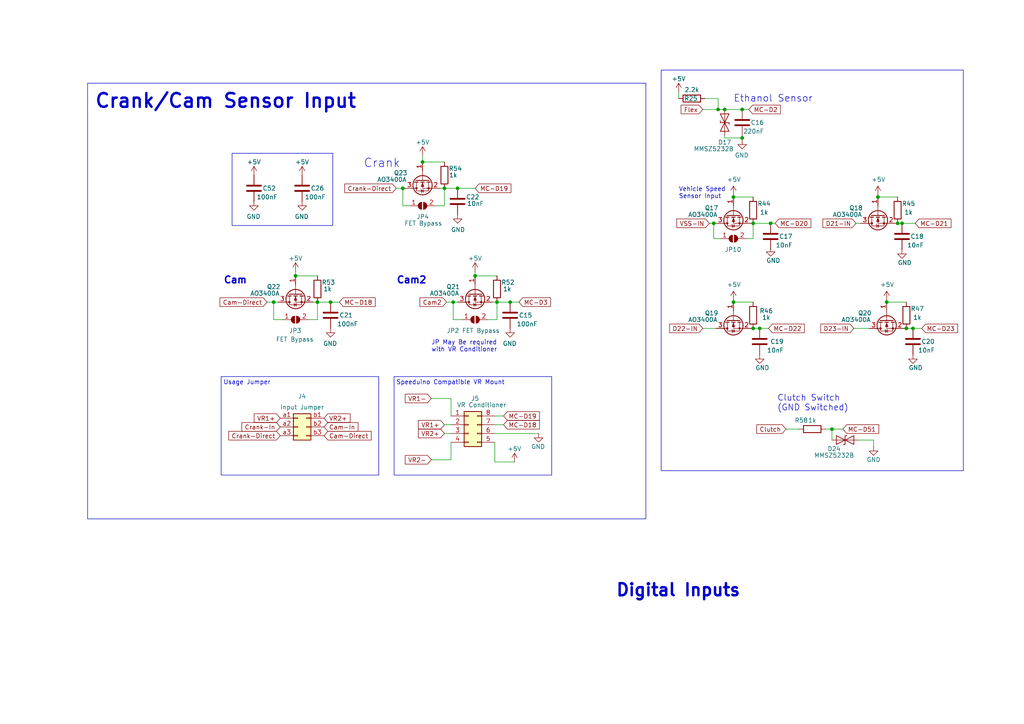
<source format=kicad_sch>
(kicad_sch (version 20250114) (generator "eeschema") (generator_version "9.0")
  (paper "A4")
  (title_block (title "Closed Deck X4") (date "2025-05-18") (rev "3") (company "OpenLogicEFI") (comment 1 "openlogicefi.com"))
  (lib_symbols
    (symbol "Connector_Generic:Conn_02x03_Row_Letter_First" (pin_names (offset 1.016) (hide yes))
      (property "Reference" "J" (at 1.27 5.08 0))
      (property "Value" "Conn_02x03_Row_Letter_First" (at 1.27 -5.08 0))
      (symbol "Conn_02x03_Row_Letter_First_1_1"
        (rectangle (start -1.27 3.81) (end 3.81 -3.81) (stroke (width 0.254)) (fill (type background)))
        (rectangle (start -1.27 2.667) (end 0 2.413) (stroke (width 0.1524)))
        (rectangle (start -1.27 0.127) (end 0 -0.127) (stroke (width 0.1524)))
        (rectangle (start -1.27 -2.413) (end 0 -2.667) (stroke (width 0.1524)))
        (rectangle (start 3.81 2.667) (end 2.54 2.413) (stroke (width 0.1524)))
        (rectangle (start 3.81 0.127) (end 2.54 -0.127) (stroke (width 0.1524)))
        (rectangle (start 3.81 -2.413) (end 2.54 -2.667) (stroke (width 0.1524)))
        (pin passive line (at -5.08 2.54 0) (length 3.81) (name "Pin_a1") (number "a1"))
        (pin passive line (at -5.08 0 0) (length 3.81) (name "Pin_a2") (number "a2"))
        (pin passive line (at -5.08 -2.54 0) (length 3.81) (name "Pin_a3") (number "a3"))
        (pin passive line (at 7.62 2.54 180) (length 3.81) (name "Pin_b1") (number "b1"))
        (pin passive line (at 7.62 0 180) (length 3.81) (name "Pin_b2") (number "b2"))
        (pin passive line (at 7.62 -2.54 180) (length 3.81) (name "Pin_b3") (number "b3"))
      )
    )
    (symbol "Connector_Generic:Conn_02x04_Counter_Clockwise" (pin_names (offset 1.016) (hide yes))
      (property "Reference" "J" (at 1.27 5.08 0))
      (property "Value" "Conn_02x04_Counter_Clockwise" (at 1.27 -7.62 0))
      (symbol "Conn_02x04_Counter_Clockwise_1_1"
        (rectangle (start -1.27 3.81) (end 3.81 -6.35) (stroke (width 0.254)) (fill (type background)))
        (rectangle (start -1.27 2.667) (end 0 2.413) (stroke (width 0.1524)))
        (rectangle (start -1.27 0.127) (end 0 -0.127) (stroke (width 0.1524)))
        (rectangle (start -1.27 -2.413) (end 0 -2.667) (stroke (width 0.1524)))
        (rectangle (start -1.27 -4.953) (end 0 -5.207) (stroke (width 0.1524)))
        (rectangle (start 3.81 2.667) (end 2.54 2.413) (stroke (width 0.1524)))
        (rectangle (start 3.81 0.127) (end 2.54 -0.127) (stroke (width 0.1524)))
        (rectangle (start 3.81 -2.413) (end 2.54 -2.667) (stroke (width 0.1524)))
        (rectangle (start 3.81 -4.953) (end 2.54 -5.207) (stroke (width 0.1524)))
        (pin passive line (at -5.08 2.54 0) (length 3.81) (name "Pin_1") (number "1"))
        (pin passive line (at -5.08 0 0) (length 3.81) (name "Pin_2") (number "2"))
        (pin passive line (at -5.08 -2.54 0) (length 3.81) (name "Pin_3") (number "3"))
        (pin passive line (at -5.08 -5.08 0) (length 3.81) (name "Pin_4") (number "4"))
        (pin passive line (at 7.62 2.54 180) (length 3.81) (name "Pin_8") (number "8"))
        (pin passive line (at 7.62 0 180) (length 3.81) (name "Pin_7") (number "7"))
        (pin passive line (at 7.62 -2.54 180) (length 3.81) (name "Pin_6") (number "6"))
        (pin passive line (at 7.62 -5.08 180) (length 3.81) (name "Pin_5") (number "5"))
      )
    )
    (symbol "Device:C" (pin_numbers (hide yes)) (pin_names (offset 0.254))
      (property "Reference" "C" (at 0.635 2.54 0))
      (property "Value" "C" (at 0.635 -2.54 0))
      (symbol "C_0_1"
        (polyline (pts (xy -2.032 0.762) (xy 2.032 0.762)) (stroke (width 0.508)))
        (polyline (pts (xy -2.032 -0.762) (xy 2.032 -0.762)) (stroke (width 0.508)))
      )
      (symbol "C_1_1"
        (pin passive line (at 0 3.81 270) (length 2.794) (name "~") (number "1"))
        (pin passive line (at 0 -3.81 90) (length 2.794) (name "~") (number "2"))
      )
    )
    (symbol "Device:R" (pin_numbers (hide yes)) (pin_names (offset 0))
      (property "Reference" "R" (at 2.032 0 90))
      (property "Value" "R" (at 0 0 90))
      (symbol "R_0_1"
        (rectangle (start -1.016 -2.54) (end 1.016 2.54) (stroke (width 0.254)))
      )
      (symbol "R_1_1"
        (pin passive line (at 0 3.81 270) (length 1.27) (name "~") (number "1"))
        (pin passive line (at 0 -3.81 90) (length 1.27) (name "~") (number "2"))
      )
    )
    (symbol "Diode:SMAJ6.5CA" (pin_numbers (hide yes)) (pin_names (offset 1.016) (hide yes))
      (property "Reference" "D" (at 0 2.54 0))
      (property "Value" "SMAJ6.5CA" (at 0 -2.54 0))
      (symbol "SMAJ6.5CA_0_1"
        (polyline (pts (xy -2.54 -1.27) (xy 0 0) (xy -2.54 1.27) (xy -2.54 -1.27)) (stroke (width 0.2032)))
        (polyline (pts (xy 0.508 1.27) (xy 0 1.27) (xy 0 -1.27) (xy -0.508 -1.27)) (stroke (width 0.2032)))
        (polyline (pts (xy 1.27 0) (xy -1.27 0)))
        (polyline (pts (xy 2.54 1.27) (xy 2.54 -1.27) (xy 0 0) (xy 2.54 1.27)) (stroke (width 0.2032)))
      )
      (symbol "SMAJ6.5CA_1_1"
        (pin passive line (at -3.81 0 0) (length 2.54) (name "A1") (number "1"))
        (pin passive line (at 3.81 0 180) (length 2.54) (name "A2") (number "2"))
      )
    )
    (symbol "Jumper:SolderJumper_2_Open" (pin_names (offset 0) (hide yes))
      (property "Reference" "JP" (at 0 2.032 0))
      (property "Value" "SolderJumper_2_Open" (at 0 -2.54 0))
      (symbol "SolderJumper_2_Open_0_1"
        (polyline (pts (xy -0.254 1.016) (xy -0.254 -1.016)))
        (arc (start -0.254 -1.016) (mid -1.2656 0) (end -0.254 1.016))
        (arc (start -0.254 -1.016) (mid -1.2656 0) (end -0.254 1.016) (fill (type outline)))
        (arc (start 0.254 1.016) (mid 1.2656 0) (end 0.254 -1.016))
        (arc (start 0.254 1.016) (mid 1.2656 0) (end 0.254 -1.016) (fill (type outline)))
        (polyline (pts (xy 0.254 1.016) (xy 0.254 -1.016)))
      )
      (symbol "SolderJumper_2_Open_1_1"
        (pin passive line (at -3.81 0 0) (length 2.54) (name "A") (number "1"))
        (pin passive line (at 3.81 0 180) (length 2.54) (name "B") (number "2"))
      )
    )
    (symbol "Transistor_FET:AO3400A" (pin_names (hide yes))
      (property "Reference" "Q" (at 5.08 1.905 0))
      (property "Value" "AO3400A" (at 5.08 0 0))
      (symbol "AO3400A_0_1"
        (polyline (pts (xy 0.254 1.905) (xy 0.254 -1.905)) (stroke (width 0.254)))
        (polyline (pts (xy 0.254 0) (xy -2.54 0)))
        (polyline (pts (xy 0.762 2.286) (xy 0.762 1.27)) (stroke (width 0.254)))
        (polyline (pts (xy 0.762 0.508) (xy 0.762 -0.508)) (stroke (width 0.254)))
        (polyline (pts (xy 0.762 -1.27) (xy 0.762 -2.286)) (stroke (width 0.254)))
        (polyline (pts (xy 0.762 -1.778) (xy 3.302 -1.778) (xy 3.302 1.778) (xy 0.762 1.778)))
        (polyline (pts (xy 1.016 0) (xy 2.032 0.381) (xy 2.032 -0.381) (xy 1.016 0)) (fill (type outline)))
        (circle (center 1.651 0) (radius 2.794) (stroke (width 0.254)))
        (polyline (pts (xy 2.54 2.54) (xy 2.54 1.778)))
        (circle (center 2.54 1.778) (radius 0.254) (fill (type outline)))
        (circle (center 2.54 -1.778) (radius 0.254) (fill (type outline)))
        (polyline (pts (xy 2.54 -2.54) (xy 2.54 0) (xy 0.762 0)))
        (polyline (pts (xy 2.794 0.508) (xy 2.921 0.381) (xy 3.683 0.381) (xy 3.81 0.254)))
        (polyline (pts (xy 3.302 0.381) (xy 2.921 -0.254) (xy 3.683 -0.254) (xy 3.302 0.381)))
      )
      (symbol "AO3400A_1_1"
        (pin input line (at -5.08 0 0) (length 2.54) (name "G") (number "1"))
        (pin passive line (at 2.54 5.08 270) (length 2.54) (name "D") (number "3"))
        (pin passive line (at 2.54 -5.08 90) (length 2.54) (name "S") (number "2"))
      )
    )
    (symbol "power:+5V" (power) (pin_names (offset 0))
      (property "Value" "+5V" (at 0 3.556 0))
      (symbol "+5V_0_1"
        (polyline (pts (xy -0.762 1.27) (xy 0 2.54)))
        (polyline (pts (xy 0 2.54) (xy 0.762 1.27)))
        (polyline (pts (xy 0 0) (xy 0 2.54)))
      )
      (symbol "+5V_1_1"
        (pin power_in line (at 0 0 90) (length 0) (hide yes) (name "+5V") (number "1"))
      )
    )
    (symbol "power:GND" (power) (pin_names (offset 0))
      (property "Value" "GND" (at 0 -3.81 0))
      (symbol "GND_0_1"
        (polyline (pts (xy 0 0) (xy 0 -1.27) (xy 1.27 -1.27) (xy 0 -2.54) (xy -1.27 -1.27) (xy 0 -1.27)))
      )
      (symbol "GND_1_1"
        (pin power_in line (at 0 0 270) (length 0) (hide yes) (name "GND") (number "1"))
      )
    )
  )
  (rectangle (start 114.3 109.22) (end 160.02 137.795))
  (rectangle (start 191.77 20.32) (end 279.4 136.525))
  (rectangle (start 25.4 24.13) (end 187.325 150.495))
  (rectangle (start 67.31 44.45) (end 96.52 65.405))
  (rectangle (start 64.135 109.22) (end 109.855 137.795))
  (text "Vehicle Speed\nSensor Input" (at 196.85 57.785 0) (effects (font (size 1.27 1.27)) (justify left bottom)))
  (text "JP May Be required \nwith VR Conditioner" (at 125.095 102.235 0) (effects (font (size 1.27 1.27)) (justify left bottom)))
  (text "Cam" (at 64.77 82.55 0) (effects (font (size 2 2) (thickness 0.4) (bold yes)) (justify left bottom)))
  (text "Speeduino Compatible VR Mount" (at 114.935 111.76 0) (effects (font (size 1.27 1.27)) (justify left bottom)))
  (text "Clutch Switch\n(GND Switched)" (at 225.425 119.38 0) (effects (font (size 1.75 1.75)) (justify left bottom)))
  (text "Ethanol Sensor" (at 212.725 29.845 0) (effects (font (size 2 2)) (justify left bottom)))
  (text "Usage Jumper" (at 64.77 111.76 0) (effects (font (size 1.27 1.27)) (justify left bottom)))
  (text "Crank" (at 105.41 48.895 0) (effects (font (size 2.4892 2.4892)) (justify left bottom)))
  (text "Crank/Cam Sensor Input" (at 27.305 31.75 0) (effects (font (size 4 4) (thickness 0.7) (bold yes)) (justify left bottom)))
  (text "Cam2" (at 114.935 82.55 0) (effects (font (size 2 2) (thickness 0.4) (bold yes)) (justify left bottom)))
  (text "Digital Inputs" (at 178.435 173.355 0) (effects (font (size 3.5 3.5) (thickness 0.7) (bold yes)) (justify left bottom)))
  (junction (at 92.075 87.63))
  (junction (at 207.01 64.77))
  (junction (at 147.955 87.63))
  (junction (at 218.44 95.25))
  (junction (at 218.44 64.77))
  (junction (at 132.715 54.61))
  (junction (at 254.635 57.15))
  (junction (at 137.795 80.01))
  (junction (at 261.62 64.77))
  (junction (at 215.265 31.75))
  (junction (at 241.3 124.46))
  (junction (at 212.725 87.63))
  (junction (at 260.35 64.77))
  (junction (at 116.84 54.61))
  (junction (at 262.89 95.25))
  (junction (at 210.185 31.75))
  (junction (at 215.265 40.005))
  (junction (at 212.725 57.15))
  (junction (at 79.375 87.63))
  (junction (at 208.28 31.75))
  (junction (at 131.445 87.63))
  (junction (at 85.725 80.01))
  (junction (at 264.795 95.25))
  (junction (at 128.905 54.61))
  (junction (at 144.145 87.63))
  (junction (at 223.52 64.77))
  (junction (at 220.345 95.25))
  (junction (at 122.555 46.99))
  (junction (at 95.885 87.63))
  (junction (at 257.175 87.63))
  (wire (pts (xy 253.365 129.54) (xy 253.365 127.635)))
  (wire (pts (xy 122.555 46.99) (xy 128.905 46.99)))
  (wire (pts (xy 207.01 64.77) (xy 207.645 64.77)))
  (wire (pts (xy 80.645 87.63) (xy 79.375 87.63)))
  (wire (pts (xy 215.265 40.64) (xy 215.265 40.005)))
  (wire (pts (xy 131.445 87.63) (xy 131.445 92.71)))
  (wire (pts (xy 262.89 95.25) (xy 262.255 95.25)))
  (wire (pts (xy 128.905 54.61) (xy 128.905 59.69)))
  (wire (pts (xy 143.51 128.27) (xy 143.51 133.985)))
  (wire (pts (xy 241.3 124.46) (xy 244.475 124.46)))
  (wire (pts (xy 248.285 64.77) (xy 249.555 64.77)))
  (wire (pts (xy 130.81 120.65) (xy 130.81 115.57)))
  (wire (pts (xy 130.81 128.27) (xy 130.81 133.35)))
  (wire (pts (xy 85.725 80.01) (xy 92.075 80.01)))
  (wire (pts (xy 218.44 69.215) (xy 218.44 64.77)))
  (wire (pts (xy 208.915 69.215) (xy 207.01 69.215)))
  (wire (pts (xy 141.605 92.71) (xy 144.145 92.71)))
  (wire (pts (xy 116.84 54.61) (xy 116.84 59.69)))
  (wire (pts (xy 128.905 59.69) (xy 126.365 59.69)))
  (wire (pts (xy 260.35 64.77) (xy 259.715 64.77)))
  (wire (pts (xy 222.885 95.25) (xy 220.345 95.25)))
  (wire (pts (xy 212.725 86.995) (xy 212.725 87.63)))
  (wire (pts (xy 203.835 95.25) (xy 207.645 95.25)))
  (wire (pts (xy 253.365 127.635) (xy 248.92 127.635)))
  (wire (pts (xy 218.44 95.25) (xy 217.805 95.25)))
  (wire (pts (xy 79.375 87.63) (xy 79.375 92.71)))
  (wire (pts (xy 156.21 125.73) (xy 143.51 125.73)))
  (wire (pts (xy 79.375 92.71) (xy 81.915 92.71)))
  (wire (pts (xy 92.075 92.71) (xy 92.075 87.63)))
  (wire (pts (xy 257.175 87.63) (xy 262.89 87.63)))
  (wire (pts (xy 247.65 95.25) (xy 252.095 95.25)))
  (wire (pts (xy 143.51 123.19) (xy 146.05 123.19)))
  (wire (pts (xy 196.85 26.67) (xy 196.85 28.575)))
  (wire (pts (xy 220.345 95.25) (xy 218.44 95.25)))
  (wire (pts (xy 218.44 64.77) (xy 223.52 64.77)))
  (wire (pts (xy 212.725 87.63) (xy 218.44 87.63)))
  (wire (pts (xy 212.725 56.515) (xy 212.725 57.15)))
  (wire (pts (xy 203.835 31.75) (xy 208.28 31.75)))
  (wire (pts (xy 128.905 125.73) (xy 130.81 125.73)))
  (wire (pts (xy 132.715 54.61) (xy 137.795 54.61)))
  (wire (pts (xy 144.145 92.71) (xy 144.145 87.63)))
  (wire (pts (xy 208.28 28.575) (xy 208.28 31.75)))
  (wire (pts (xy 227.965 124.46) (xy 231.775 124.46)))
  (wire (pts (xy 92.075 87.63) (xy 95.885 87.63)))
  (wire (pts (xy 205.74 64.77) (xy 207.01 64.77)))
  (wire (pts (xy 114.935 54.61) (xy 116.84 54.61)))
  (wire (pts (xy 144.145 87.63) (xy 147.955 87.63)))
  (wire (pts (xy 241.3 124.46) (xy 239.395 124.46)))
  (wire (pts (xy 210.185 31.75) (xy 215.265 31.75)))
  (wire (pts (xy 95.885 87.63) (xy 98.425 87.63)))
  (wire (pts (xy 241.3 124.46) (xy 241.3 127.635)))
  (wire (pts (xy 146.05 120.65) (xy 143.51 120.65)))
  (wire (pts (xy 264.795 95.25) (xy 262.89 95.25)))
  (wire (pts (xy 204.47 28.575) (xy 208.28 28.575)))
  (wire (pts (xy 137.795 78.74) (xy 137.795 80.01)))
  (wire (pts (xy 207.01 69.215) (xy 207.01 64.77)))
  (wire (pts (xy 132.715 87.63) (xy 131.445 87.63)))
  (wire (pts (xy 223.52 72.39) (xy 223.52 71.755)))
  (wire (pts (xy 210.185 40.005) (xy 215.265 40.005)))
  (wire (pts (xy 254.635 56.515) (xy 254.635 57.15)))
  (wire (pts (xy 116.84 54.61) (xy 117.475 54.61)))
  (wire (pts (xy 143.51 133.985) (xy 149.225 133.985)))
  (wire (pts (xy 147.955 87.63) (xy 150.495 87.63)))
  (wire (pts (xy 254.635 57.15) (xy 260.35 57.15)))
  (wire (pts (xy 260.35 64.77) (xy 261.62 64.77)))
  (wire (pts (xy 216.535 69.215) (xy 218.44 69.215)))
  (wire (pts (xy 210.185 39.37) (xy 210.185 40.005)))
  (wire (pts (xy 89.535 92.71) (xy 92.075 92.71)))
  (wire (pts (xy 125.095 115.57) (xy 130.81 115.57)))
  (wire (pts (xy 223.52 64.77) (xy 224.79 64.77)))
  (wire (pts (xy 208.28 31.75) (xy 210.185 31.75)))
  (wire (pts (xy 261.62 64.77) (xy 265.43 64.77)))
  (wire (pts (xy 129.54 87.63) (xy 131.445 87.63)))
  (wire (pts (xy 122.555 45.085) (xy 122.555 46.99)))
  (wire (pts (xy 85.725 78.74) (xy 85.725 80.01)))
  (wire (pts (xy 116.84 59.69) (xy 118.745 59.69)))
  (wire (pts (xy 128.905 54.61) (xy 132.715 54.61)))
  (wire (pts (xy 137.795 80.01) (xy 144.145 80.01)))
  (wire (pts (xy 144.145 87.63) (xy 142.875 87.63)))
  (wire (pts (xy 128.905 123.19) (xy 130.81 123.19)))
  (wire (pts (xy 217.805 64.77) (xy 218.44 64.77)))
  (wire (pts (xy 212.725 57.15) (xy 218.44 57.15)))
  (wire (pts (xy 77.47 87.63) (xy 79.375 87.63)))
  (wire (pts (xy 92.075 87.63) (xy 90.805 87.63)))
  (wire (pts (xy 264.795 95.25) (xy 267.335 95.25)))
  (wire (pts (xy 215.265 31.75) (xy 217.17 31.75)))
  (wire (pts (xy 131.445 92.71) (xy 133.985 92.71)))
  (wire (pts (xy 125.095 133.35) (xy 130.81 133.35)))
  (wire (pts (xy 215.265 40.005) (xy 215.265 39.37)))
  (wire (pts (xy 257.175 86.995) (xy 257.175 87.63)))
  (wire (pts (xy 128.905 54.61) (xy 127.635 54.61)))
  (global_label "MC-D51" (shape input) (at 244.475 124.46 0) (property "Intersheetrefs" "${INTERSHEET_REFS}" (effects (hide yes))))
  (global_label "MC-D19" (shape input) (at 146.05 120.65 0) (property "Intersheetrefs" "${INTERSHEET_REFS}" (effects (hide yes))))
  (global_label "MC-D23" (shape input) (at 267.335 95.25 0) (property "Intersheetrefs" "${INTERSHEET_REFS}" (effects (hide yes))))
  (global_label "VSS-IN" (shape input) (at 205.74 64.77 180) (property "Intersheetrefs" "${INTERSHEET_REFS}" (effects (hide yes))))
  (global_label "MC-D2" (shape input) (at 217.17 31.75 0) (property "Intersheetrefs" "${INTERSHEET_REFS}" (effects (hide yes))))
  (global_label "VR1+" (shape input) (at 81.28 121.285 180) (property "Intersheetrefs" "${INTERSHEET_REFS}" (effects (hide yes))))
  (global_label "Cam-Direct" (shape input) (at 93.98 126.365 0) (property "Intersheetrefs" "${INTERSHEET_REFS}" (effects (hide yes))))
  (global_label "MC-D19" (shape input) (at 137.795 54.61 0) (property "Intersheetrefs" "${INTERSHEET_REFS}" (effects (hide yes))))
  (global_label "VR2+" (shape input) (at 93.98 121.285 0) (property "Intersheetrefs" "${INTERSHEET_REFS}" (effects (hide yes))))
  (global_label "MC-D20" (shape input) (at 224.79 64.77 0) (property "Intersheetrefs" "${INTERSHEET_REFS}" (effects (hide yes))))
  (global_label "D23-IN" (shape input) (at 247.65 95.25 180) (property "Intersheetrefs" "${INTERSHEET_REFS}" (effects (hide yes))))
  (global_label "VR1-" (shape input) (at 125.095 115.57 180) (property "Intersheetrefs" "${INTERSHEET_REFS}" (effects (hide yes))))
  (global_label "Clutch" (shape input) (at 227.965 124.46 180) (property "Intersheetrefs" "${INTERSHEET_REFS}" (effects (hide yes))))
  (global_label "Cam-In" (shape input) (at 93.98 123.825 0) (property "Intersheetrefs" "${INTERSHEET_REFS}" (effects (hide yes))))
  (global_label "MC-D3" (shape input) (at 150.495 87.63 0) (property "Intersheetrefs" "${INTERSHEET_REFS}" (effects (hide yes))))
  (global_label "D21-IN" (shape input) (at 248.285 64.77 180) (property "Intersheetrefs" "${INTERSHEET_REFS}" (effects (hide yes))))
  (global_label "Cam-Direct" (shape input) (at 77.47 87.63 180) (property "Intersheetrefs" "${INTERSHEET_REFS}" (effects (hide yes))))
  (global_label "MC-D18" (shape input) (at 146.05 123.19 0) (property "Intersheetrefs" "${INTERSHEET_REFS}" (effects (hide yes))))
  (global_label "Crank-Direct" (shape input) (at 81.28 126.365 180) (property "Intersheetrefs" "${INTERSHEET_REFS}" (effects (hide yes))))
  (global_label "Crank-In" (shape input) (at 81.28 123.825 180) (property "Intersheetrefs" "${INTERSHEET_REFS}" (effects (hide yes))))
  (global_label "MC-D22" (shape input) (at 222.885 95.25 0) (property "Intersheetrefs" "${INTERSHEET_REFS}" (effects (hide yes))))
  (global_label "Cam2" (shape input) (at 129.54 87.63 180) (property "Intersheetrefs" "${INTERSHEET_REFS}" (effects (hide yes))))
  (global_label "VR2+" (shape input) (at 128.905 125.73 180) (property "Intersheetrefs" "${INTERSHEET_REFS}" (effects (hide yes))))
  (global_label "Crank-Direct" (shape input) (at 114.935 54.61 180) (property "Intersheetrefs" "${INTERSHEET_REFS}" (effects (hide yes))))
  (global_label "VR2-" (shape input) (at 125.095 133.35 180) (property "Intersheetrefs" "${INTERSHEET_REFS}" (effects (hide yes))))
  (global_label "MC-D18" (shape input) (at 98.425 87.63 0) (property "Intersheetrefs" "${INTERSHEET_REFS}" (effects (hide yes))))
  (global_label "Flex" (shape input) (at 203.835 31.75 180) (property "Intersheetrefs" "${INTERSHEET_REFS}" (effects (hide yes))))
  (global_label "D22-IN" (shape input) (at 203.835 95.25 180) (property "Intersheetrefs" "${INTERSHEET_REFS}" (effects (hide yes))))
  (global_label "MC-D21" (shape input) (at 265.43 64.77 0) (property "Intersheetrefs" "${INTERSHEET_REFS}" (effects (hide yes))))
  (global_label "VR1+" (shape input) (at 128.905 123.19 180) (property "Intersheetrefs" "${INTERSHEET_REFS}" (effects (hide yes))))
  (symbol (lib_id "power:GND") (at 253.365 129.54 0) (unit 1)
    (property "Reference" "#PWR01" (effects (hide yes)))
    (property "Value" "GND" (at 253.365 133.35 0))
  )
  (symbol (lib_id "Device:C") (at 264.795 99.06 0) (mirror y) (unit 1)
    (property "Reference" "C20" (at 271.145 99.06 0) (effects (justify left)))
    (property "Value" "10nF" (at 271.145 101.6 0) (effects (justify left)))
    (property "Footprint" "Capacitor_SMD:C_0402_1005Metric" (effects (hide yes)))
    (property "Description" "Unpolarized capacitor" (effects (hide yes)))
    (property "LCSC" "C15195" (effects (hide yes)))
  )
  (symbol (lib_id "Diode:SMAJ6.5CA") (at 210.185 35.56 270) (unit 1)
    (property "Reference" "D17" (at 210.185 41.275 90))
    (property "Value" "MMSZ5232B" (at 207.01 43.18 90))
    (property "Footprint" "Diode_SMD:D_SOD-123" (effects (hide yes)))
    (property "Description" "400W bidirectional Transient Voltage Suppressor, 6.5Vr, SMA(DO-214AC)" (effects (hide yes)))
    (property "LCSC" "C19077423" (effects (hide yes)))
  )
  (symbol (lib_id "Transistor_FET:AO3400A") (at 122.555 52.07 90) (mirror x) (unit 1)
    (property "Reference" "Q23" (at 116.205 50.165 90))
    (property "Value" "AO3400A" (at 113.665 52.07 90))
    (property "Footprint" "Package_TO_SOT_SMD:SOT-23" (effects (hide yes)))
    (property "Description" "30V Vds, 5.7A Id, N-Channel MOSFET, SOT-23" (effects (hide yes)))
  )
  (symbol (lib_id "Transistor_FET:AO3400A") (at 257.175 92.71 90) (mirror x) (unit 1)
    (property "Reference" "Q20" (at 250.825 90.805 90))
    (property "Value" "AO3400A" (at 248.285 92.71 90))
    (property "Footprint" "Package_TO_SOT_SMD:SOT-23" (effects (hide yes)))
    (property "Description" "30V Vds, 5.7A Id, N-Channel MOSFET, SOT-23" (effects (hide yes)))
  )
  (symbol (lib_id "power:+5V") (at 73.66 50.8 0) (unit 1)
    (property "Reference" "#PWR0123" (effects (hide yes)))
    (property "Value" "+5V" (at 73.66 46.99 0))
  )
  (symbol (lib_id "Device:R") (at 200.66 28.575 90) (mirror x) (unit 1)
    (property "Reference" "R25" (at 200.406 28.575 90))
    (property "Value" "2.2k" (at 200.66 26.035 90))
    (property "Footprint" "Resistor_SMD:R_0402_1005Metric" (effects (hide yes)))
    (property "Description" "Resistor" (effects (hide yes)))
    (property "LCSC" "C25879" (effects (hide yes)))
    (property "Manufacture Part Number" "0402WGF2201TCE" (effects (hide yes)))
  )
  (symbol (lib_id "Device:C") (at 223.52 68.58 0) (mirror y) (unit 1)
    (property "Reference" "C17" (at 229.87 68.58 0) (effects (justify left)))
    (property "Value" "10nF" (at 229.87 71.12 0) (effects (justify left)))
    (property "Footprint" "Capacitor_SMD:C_0402_1005Metric" (effects (hide yes)))
    (property "Description" "Unpolarized capacitor" (effects (hide yes)))
    (property "LCSC" "C15195" (effects (hide yes)))
  )
  (symbol (lib_id "power:GND") (at 132.715 62.23 0) (unit 1)
    (property "Reference" "#PWR069" (effects (hide yes)))
    (property "Value" "GND" (at 132.842 66.6242 0))
  )
  (symbol (lib_id "Connector_Generic:Conn_02x04_Counter_Clockwise") (at 135.89 123.19 0) (unit 1) (in_bom no)
    (property "Reference" "J5" (at 137.795 115.57 0))
    (property "Value" "VR Conditioner" (at 139.7 117.4496 0))
    (property "Footprint" "Detonation:Socket_VRConditioner_Corrected" (effects (hide yes)))
    (property "Description" "Generic connector, double row, 02x04, counter clockwise pin numbering scheme (similar to DIP packge numbering), script generated (kicad-library-utils/schlib/autogen/connector/)" (effects (hide yes)))
  )
  (symbol (lib_id "Diode:SMAJ6.5CA") (at 245.11 127.635 180) (unit 1)
    (property "Reference" "D24" (at 241.935 130.175 0))
    (property "Value" "MMSZ5232B" (at 241.935 132.08 0))
    (property "Footprint" "Diode_SMD:D_SOD-123" (effects (hide yes)))
    (property "Description" "400W bidirectional Transient Voltage Suppressor, 6.5Vr, SMA(DO-214AC)" (effects (hide yes)))
    (property "LCSC" "C19077423" (effects (hide yes)))
  )
  (symbol (lib_id "Device:R") (at 128.905 50.8 0) (unit 1)
    (property "Reference" "R54" (at 132.08 48.895 0))
    (property "Value" "1k" (at 131.445 50.8 0))
    (property "Footprint" "Resistor_SMD:R_0402_1005Metric" (effects (hide yes)))
    (property "Description" "Resistor" (effects (hide yes)))
    (property "LCSC" "C11702" (effects (hide yes)))
    (property "Manufacture Part Number" "0402WGF1001TCE" (effects (hide yes)))
  )
  (symbol (lib_id "power:GND") (at 264.795 102.87 0) (mirror y) (unit 1)
    (property "Reference" "#PWR0124" (effects (hide yes)))
    (property "Value" "GND" (at 263.525 106.68 0) (effects (justify right)))
  )
  (symbol (lib_id "Device:R") (at 144.145 83.82 0) (mirror y) (unit 1)
    (property "Reference" "R52" (at 147.32 81.915 0))
    (property "Value" "1k" (at 147.0914 83.82 0))
    (property "Footprint" "Resistor_SMD:R_0402_1005Metric" (effects (hide yes)))
    (property "Description" "Resistor" (effects (hide yes)))
    (property "LCSC" "C11702" (effects (hide yes)))
    (property "Manufacture Part Number" "0402WGF1001TCE" (effects (hide yes)))
  )
  (symbol (lib_id "Device:R") (at 218.44 60.96 0) (mirror y) (unit 1)
    (property "Reference" "R44" (at 221.615 59.055 0))
    (property "Value" "1k" (at 221.615 61.595 0))
    (property "Footprint" "Resistor_SMD:R_0402_1005Metric" (effects (hide yes)))
    (property "Description" "Resistor" (effects (hide yes)))
    (property "LCSC" "C11702" (effects (hide yes)))
    (property "Manufacture Part Number" "0402WGF1001TCE" (effects (hide yes)))
  )
  (symbol (lib_id "power:GND") (at 215.265 40.64 0) (mirror y) (unit 1)
    (property "Reference" "#PWR095" (effects (hide yes)))
    (property "Value" "GND" (at 215.138 45.0342 0))
  )
  (symbol (lib_id "power:+5V") (at 257.175 86.995 0) (mirror y) (unit 1)
    (property "Reference" "#PWR0125" (effects (hide yes)))
    (property "Value" "+5V" (at 255.27 82.55 0) (effects (justify right)))
  )
  (symbol (lib_id "power:+5V") (at 87.63 50.8 0) (unit 1)
    (property "Reference" "#PWR0114" (effects (hide yes)))
    (property "Value" "+5V" (at 87.63 46.99 0))
  )
  (symbol (lib_id "Device:C") (at 215.265 35.56 0) (mirror y) (unit 1)
    (property "Reference" "C16" (at 221.615 35.56 0) (effects (justify left)))
    (property "Value" "220nF" (at 221.615 38.1 0) (effects (justify left)))
    (property "Footprint" "Capacitor_SMD:C_0402_1005Metric" (effects (hide yes)))
    (property "Description" "Unpolarized capacitor" (effects (hide yes)))
    (property "LCSC" "C16772" (effects (hide yes)))
  )
  (symbol (lib_id "Transistor_FET:AO3400A") (at 137.795 85.09 90) (mirror x) (unit 1)
    (property "Reference" "Q21" (at 131.445 83.185 90))
    (property "Value" "AO3400A" (at 128.905 85.09 90))
    (property "Footprint" "Package_TO_SOT_SMD:SOT-23" (effects (hide yes)))
    (property "Description" "30V Vds, 5.7A Id, N-Channel MOSFET, SOT-23" (effects (hide yes)))
  )
  (symbol (lib_id "Transistor_FET:AO3400A") (at 212.725 92.71 90) (mirror x) (unit 1)
    (property "Reference" "Q19" (at 206.375 90.805 90))
    (property "Value" "AO3400A" (at 203.835 92.71 90))
    (property "Footprint" "Package_TO_SOT_SMD:SOT-23" (effects (hide yes)))
    (property "Description" "30V Vds, 5.7A Id, N-Channel MOSFET, SOT-23" (effects (hide yes)))
  )
  (symbol (lib_id "Device:R") (at 92.075 83.82 0) (mirror y) (unit 1)
    (property "Reference" "R53" (at 95.25 81.915 0))
    (property "Value" "1k" (at 95.0214 83.82 0))
    (property "Footprint" "Resistor_SMD:R_0402_1005Metric" (effects (hide yes)))
    (property "Description" "Resistor" (effects (hide yes)))
    (property "LCSC" "C11702" (effects (hide yes)))
    (property "Manufacture Part Number" "0402WGF1001TCE" (effects (hide yes)))
  )
  (symbol (lib_id "power:GND") (at 95.885 95.25 0) (mirror y) (unit 1)
    (property "Reference" "#PWR0118" (effects (hide yes)))
    (property "Value" "GND" (at 95.758 99.6442 0))
  )
  (symbol (lib_id "Device:C") (at 132.715 58.42 180) (unit 1)
    (property "Reference" "C22" (at 139.065 57.15 0) (effects (justify left)))
    (property "Value" "10nF" (at 140.335 59.055 0) (effects (justify left)))
    (property "Footprint" "Capacitor_SMD:C_0402_1005Metric" (effects (hide yes)))
    (property "Description" "Unpolarized capacitor" (effects (hide yes)))
    (property "LCSC" "C15195" (effects (hide yes)))
  )
  (symbol (lib_id "power:GND") (at 220.345 102.87 0) (mirror y) (unit 1)
    (property "Reference" "#PWR0111" (effects (hide yes)))
    (property "Value" "GND" (at 219.075 106.68 0) (effects (justify right)))
  )
  (symbol (lib_id "Device:C") (at 95.885 91.44 0) (mirror x) (unit 1)
    (property "Reference" "C21" (at 98.425 91.44 0) (effects (justify left)))
    (property "Value" "100nF" (at 97.79 93.98 0) (effects (justify left)))
    (property "Footprint" "Capacitor_SMD:C_0402_1005Metric" (effects (hide yes)))
    (property "Description" "Unpolarized capacitor" (effects (hide yes)))
    (property "LCSC" "C307331" (effects (hide yes)))
  )
  (symbol (lib_id "Connector_Generic:Conn_02x03_Row_Letter_First") (at 86.36 123.825 0) (unit 1) (in_bom no)
    (property "Reference" "J4" (at 87.63 114.935 0))
    (property "Value" "Input Jumper" (at 87.63 118.11 0))
    (property "Footprint" "Detonation:PinHeader2x03_Jumper" (effects (hide yes)))
    (property "Description" "Generic connector, double row, 02x03, row letter first pin numbering scheme (pin number consists of a letter for the row and a number for the pin index in this row. a1, ..., aN; b1, ..., bN), script generated (kicad-library-utils/schlib/autogen/connector/)" (effects (hide yes)))
  )
  (symbol (lib_id "Jumper:SolderJumper_2_Open") (at 212.725 69.215 0) (mirror x) (unit 1) (in_bom no)
    (property "Reference" "JP10" (at 210.185 72.39 0) (effects (justify left)))
    (property "Value" "FET Bypass" (effects (hide yes)))
    (property "Footprint" "Jumper:SolderJumper-2_P1.3mm_Open_RoundedPad1.0x1.5mm" (effects (hide yes)))
    (property "Description" "Solder Jumper, 2-pole, open" (effects (hide yes)))
  )
  (symbol (lib_id "Device:C") (at 87.63 54.61 180) (unit 1)
    (property "Reference" "C26" (at 92.075 54.61 0))
    (property "Value" "100nF" (at 91.44 57.15 0))
    (property "Footprint" "Capacitor_SMD:C_0402_1005Metric" (effects (hide yes)))
    (property "Description" "Unpolarized capacitor" (effects (hide yes)))
    (property "LCSC" "C307331" (effects (hide yes)))
  )
  (symbol (lib_id "power:+5V") (at 254.635 56.515 0) (mirror y) (unit 1)
    (property "Reference" "#PWR090" (effects (hide yes)))
    (property "Value" "+5V" (at 252.73 52.07 0) (effects (justify right)))
  )
  (symbol (lib_id "Device:R") (at 218.44 91.44 0) (mirror y) (unit 1)
    (property "Reference" "R46" (at 222.25 90.17 0))
    (property "Value" "1k" (at 222.25 92.075 0))
    (property "Footprint" "Resistor_SMD:R_0402_1005Metric" (effects (hide yes)))
    (property "Description" "Resistor" (effects (hide yes)))
    (property "LCSC" "C11702" (effects (hide yes)))
    (property "Manufacture Part Number" "0402WGF1001TCE" (effects (hide yes)))
  )
  (symbol (lib_id "Device:C") (at 261.62 68.58 0) (mirror y) (unit 1)
    (property "Reference" "C18" (at 267.97 68.58 0) (effects (justify left)))
    (property "Value" "10nF" (at 267.97 71.12 0) (effects (justify left)))
    (property "Footprint" "Capacitor_SMD:C_0402_1005Metric" (effects (hide yes)))
    (property "Description" "Unpolarized capacitor" (effects (hide yes)))
    (property "LCSC" "C15195" (effects (hide yes)))
  )
  (symbol (lib_id "power:+5V") (at 137.795 78.74 0) (unit 1)
    (property "Reference" "#PWR0121" (effects (hide yes)))
    (property "Value" "+5V" (at 137.795 74.93 0))
  )
  (symbol (lib_id "Transistor_FET:AO3400A") (at 254.635 62.23 90) (mirror x) (unit 1)
    (property "Reference" "Q18" (at 248.285 60.325 90))
    (property "Value" "AO3400A" (at 245.745 62.23 90))
    (property "Footprint" "Package_TO_SOT_SMD:SOT-23" (effects (hide yes)))
    (property "Description" "30V Vds, 5.7A Id, N-Channel MOSFET, SOT-23" (effects (hide yes)))
  )
  (symbol (lib_id "power:+5V") (at 212.725 86.995 0) (mirror y) (unit 1)
    (property "Reference" "#PWR0112" (effects (hide yes)))
    (property "Value" "+5V" (at 210.82 82.55 0) (effects (justify right)))
  )
  (symbol (lib_id "power:+5V") (at 122.555 45.085 0) (unit 1)
    (property "Reference" "#PWR026" (effects (hide yes)))
    (property "Value" "+5V" (at 122.555 41.275 0))
  )
  (symbol (lib_id "Jumper:SolderJumper_2_Open") (at 122.555 59.69 0) (unit 1) (in_bom no)
    (property "Reference" "JP4" (at 124.46 62.865 0) (effects (justify right)))
    (property "Value" "FET Bypass" (at 128.27 64.77 0) (effects (justify right)))
    (property "Footprint" "Jumper:SolderJumper-2_P1.3mm_Open_RoundedPad1.0x1.5mm" (effects (hide yes)))
    (property "Description" "Solder Jumper, 2-pole, open" (effects (hide yes)))
  )
  (symbol (lib_id "Device:R") (at 260.35 60.96 0) (mirror y) (unit 1)
    (property "Reference" "R45" (at 263.525 59.055 0))
    (property "Value" "1k" (at 263.525 61.595 0))
    (property "Footprint" "Resistor_SMD:R_0402_1005Metric" (effects (hide yes)))
    (property "Description" "Resistor" (effects (hide yes)))
    (property "LCSC" "C11702" (effects (hide yes)))
    (property "Manufacture Part Number" "0402WGF1001TCE" (effects (hide yes)))
  )
  (symbol (lib_id "Device:C") (at 220.345 99.06 0) (mirror y) (unit 1)
    (property "Reference" "C19" (at 227.33 99.06 0) (effects (justify left)))
    (property "Value" "10nF" (at 227.33 101.6 0) (effects (justify left)))
    (property "Footprint" "Capacitor_SMD:C_0402_1005Metric" (effects (hide yes)))
    (property "Description" "Unpolarized capacitor" (effects (hide yes)))
    (property "LCSC" "C15195" (effects (hide yes)))
  )
  (symbol (lib_id "power:+5V") (at 212.725 56.515 0) (mirror y) (unit 1)
    (property "Reference" "#PWR0159" (effects (hide yes)))
    (property "Value" "+5V" (at 210.82 52.07 0) (effects (justify right)))
  )
  (symbol (lib_id "Jumper:SolderJumper_2_Open") (at 137.795 92.71 0) (mirror x) (unit 1) (in_bom no)
    (property "Reference" "JP2" (at 129.54 95.885 0) (effects (justify left)))
    (property "Value" "FET Bypass" (at 133.985 95.885 0) (effects (justify left)))
    (property "Footprint" "Jumper:SolderJumper-2_P1.3mm_Open_RoundedPad1.0x1.5mm" (effects (hide yes)))
    (property "Description" "Solder Jumper, 2-pole, open" (effects (hide yes)))
  )
  (symbol (lib_id "power:+5V") (at 149.225 133.985 0) (unit 1)
    (property "Reference" "#PWR0119" (effects (hide yes)))
    (property "Value" "+5V" (at 149.225 130.175 0))
  )
  (symbol (lib_id "power:GND") (at 147.955 95.25 0) (mirror y) (unit 1)
    (property "Reference" "#PWR0127" (effects (hide yes)))
    (property "Value" "GND" (at 147.828 99.6442 0))
  )
  (symbol (lib_id "Transistor_FET:AO3400A") (at 212.725 62.23 90) (mirror x) (unit 1)
    (property "Reference" "Q17" (at 206.375 60.325 90))
    (property "Value" "AO3400A" (at 203.835 62.23 90))
    (property "Footprint" "Package_TO_SOT_SMD:SOT-23" (effects (hide yes)))
    (property "Description" "30V Vds, 5.7A Id, N-Channel MOSFET, SOT-23" (effects (hide yes)))
  )
  (symbol (lib_id "Device:C") (at 73.66 54.61 180) (unit 1)
    (property "Reference" "C52" (at 78.105 54.61 0))
    (property "Value" "100nF" (at 77.47 57.15 0))
    (property "Footprint" "Capacitor_SMD:C_0402_1005Metric" (effects (hide yes)))
    (property "Description" "Unpolarized capacitor" (effects (hide yes)))
    (property "LCSC" "C307331" (effects (hide yes)))
  )
  (symbol (lib_id "power:GND") (at 223.52 71.755 0) (mirror y) (unit 1)
    (property "Reference" "#PWR0160" (effects (hide yes)))
    (property "Value" "GND" (at 222.25 75.565 0) (effects (justify right)))
  )
  (symbol (lib_id "power:GND") (at 87.63 58.42 0) (mirror y) (unit 1)
    (property "Reference" "#PWR0115" (effects (hide yes)))
    (property "Value" "GND" (at 87.503 62.8142 0))
  )
  (symbol (lib_id "Device:R") (at 235.585 124.46 90) (mirror x) (unit 1)
    (property "Reference" "R58" (at 232.41 121.92 90))
    (property "Value" "1k" (at 235.585 121.92 90))
    (property "Footprint" "Resistor_SMD:R_0402_1005Metric" (effects (hide yes)))
    (property "Description" "Resistor" (effects (hide yes)))
    (property "LCSC" "C11702" (effects (hide yes)))
    (property "Manufacture Part Number" "0402WGF1001TCE" (effects (hide yes)))
  )
  (symbol (lib_id "power:GND") (at 156.21 125.73 0) (unit 1)
    (property "Reference" "#PWR0120" (effects (hide yes)))
    (property "Value" "GND" (at 158.115 129.54 0) (effects (justify right)))
  )
  (symbol (lib_id "power:+5V") (at 85.725 78.74 0) (unit 1)
    (property "Reference" "#PWR0116" (effects (hide yes)))
    (property "Value" "+5V" (at 85.725 74.93 0))
  )
  (symbol (lib_id "Device:R") (at 262.89 91.44 0) (mirror y) (unit 1)
    (property "Reference" "R47" (at 266.065 89.535 0))
    (property "Value" "1k" (at 266.065 92.075 0))
    (property "Footprint" "Resistor_SMD:R_0402_1005Metric" (effects (hide yes)))
    (property "Description" "Resistor" (effects (hide yes)))
    (property "LCSC" "C11702" (effects (hide yes)))
    (property "Manufacture Part Number" "0402WGF1001TCE" (effects (hide yes)))
  )
  (symbol (lib_id "power:+5V") (at 196.85 26.67 0) (unit 1)
    (property "Reference" "#PWR094" (effects (hide yes)))
    (property "Value" "+5V" (at 196.85 22.86 0))
  )
  (symbol (lib_id "power:GND") (at 73.66 58.42 0) (mirror y) (unit 1)
    (property "Reference" "#PWR0126" (effects (hide yes)))
    (property "Value" "GND" (at 73.533 62.8142 0))
  )
  (symbol (lib_id "Jumper:SolderJumper_2_Open") (at 85.725 92.71 0) (mirror x) (unit 1) (in_bom no)
    (property "Reference" "JP3" (at 83.82 95.885 0) (effects (justify left)))
    (property "Value" "FET Bypass" (at 80.01 98.425 0) (effects (justify left)))
    (property "Footprint" "Jumper:SolderJumper-2_P1.3mm_Open_RoundedPad1.0x1.5mm" (effects (hide yes)))
    (property "Description" "Solder Jumper, 2-pole, open" (effects (hide yes)))
  )
  (symbol (lib_id "power:GND") (at 261.62 72.39 0) (mirror y) (unit 1)
    (property "Reference" "#PWR088" (effects (hide yes)))
    (property "Value" "GND" (at 260.35 76.2 0) (effects (justify right)))
  )
  (symbol (lib_id "Device:C") (at 147.955 91.44 0) (mirror x) (unit 1)
    (property "Reference" "C15" (at 150.495 91.44 0) (effects (justify left)))
    (property "Value" "100nF" (at 149.86 93.98 0) (effects (justify left)))
    (property "Footprint" "Capacitor_SMD:C_0402_1005Metric" (effects (hide yes)))
    (property "Description" "Unpolarized capacitor" (effects (hide yes)))
    (property "LCSC" "C307331" (effects (hide yes)))
  )
  (symbol (lib_id "Transistor_FET:AO3400A") (at 85.725 85.09 90) (mirror x) (unit 1)
    (property "Reference" "Q22" (at 79.375 83.185 90))
    (property "Value" "AO3400A" (at 76.835 85.09 90))
    (property "Footprint" "Package_TO_SOT_SMD:SOT-23" (effects (hide yes)))
    (property "Description" "30V Vds, 5.7A Id, N-Channel MOSFET, SOT-23" (effects (hide yes)))
  )
)
</source>
